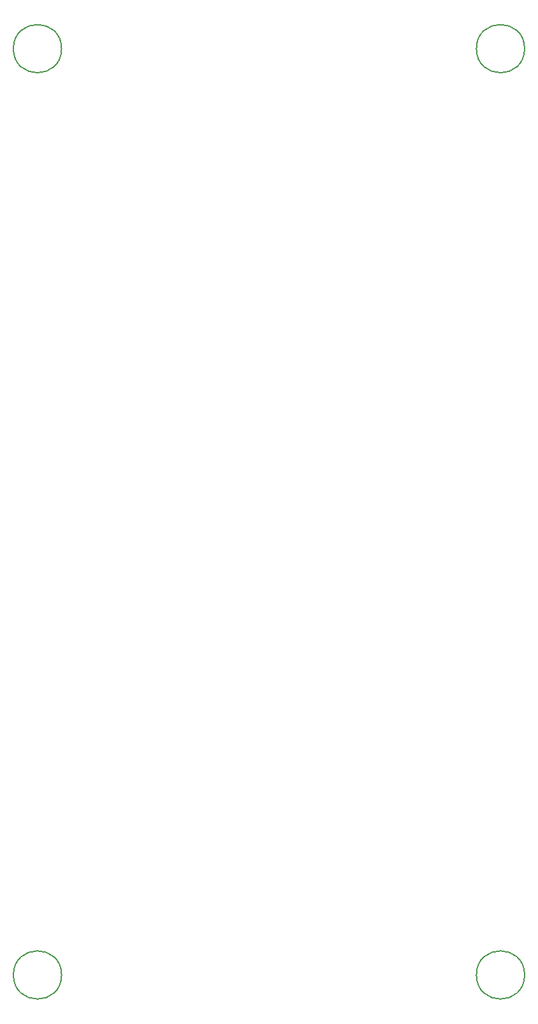
<source format=gbr>
%TF.GenerationSoftware,KiCad,Pcbnew,8.0.8*%
%TF.CreationDate,2025-02-01T21:35:17+01:00*%
%TF.ProjectId,pointMatrix,706f696e-744d-4617-9472-69782e6b6963,rev?*%
%TF.SameCoordinates,Original*%
%TF.FileFunction,Other,Comment*%
%FSLAX46Y46*%
G04 Gerber Fmt 4.6, Leading zero omitted, Abs format (unit mm)*
G04 Created by KiCad (PCBNEW 8.0.8) date 2025-02-01 21:35:17*
%MOMM*%
%LPD*%
G01*
G04 APERTURE LIST*
%ADD10C,0.150000*%
G04 APERTURE END LIST*
D10*
%TO.C,REF\u002A\u002A*%
X75200000Y-55000000D02*
G75*
G02*
X68800000Y-55000000I-3200000J0D01*
G01*
X68800000Y-55000000D02*
G75*
G02*
X75200000Y-55000000I3200000J0D01*
G01*
X136700000Y-178000000D02*
G75*
G02*
X130300000Y-178000000I-3200000J0D01*
G01*
X130300000Y-178000000D02*
G75*
G02*
X136700000Y-178000000I3200000J0D01*
G01*
X75200000Y-178000000D02*
G75*
G02*
X68800000Y-178000000I-3200000J0D01*
G01*
X68800000Y-178000000D02*
G75*
G02*
X75200000Y-178000000I3200000J0D01*
G01*
X136700000Y-55000000D02*
G75*
G02*
X130300000Y-55000000I-3200000J0D01*
G01*
X130300000Y-55000000D02*
G75*
G02*
X136700000Y-55000000I3200000J0D01*
G01*
%TD*%
M02*

</source>
